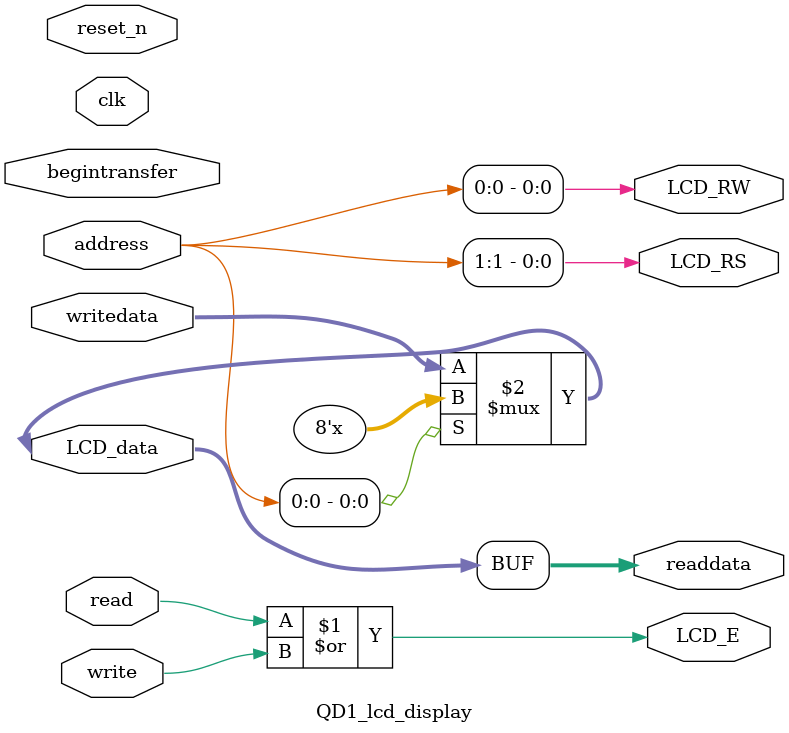
<source format=v>

`timescale 1ns / 1ps
// synthesis translate_on

// turn off superfluous verilog processor warnings 
// altera message_level Level1 
// altera message_off 10034 10035 10036 10037 10230 10240 10030 

module QD1_lcd_display (
                         // inputs:
                          address,
                          begintransfer,
                          clk,
                          read,
                          reset_n,
                          write,
                          writedata,

                         // outputs:
                          LCD_E,
                          LCD_RS,
                          LCD_RW,
                          LCD_data,
                          readdata
                       )
;

  output           LCD_E;
  output           LCD_RS;
  output           LCD_RW;
  inout   [  7: 0] LCD_data;
  output  [  7: 0] readdata;
  input   [  1: 0] address;
  input            begintransfer;
  input            clk;
  input            read;
  input            reset_n;
  input            write;
  input   [  7: 0] writedata;

  wire             LCD_E;
  wire             LCD_RS;
  wire             LCD_RW;
  wire    [  7: 0] LCD_data;
  wire    [  7: 0] readdata;
  assign LCD_RW = address[0];
  assign LCD_RS = address[1];
  assign LCD_E = read | write;
  assign LCD_data = (address[0]) ? {8{1'bz}} : writedata;
  assign readdata = LCD_data;
  //control_slave, which is an e_avalon_slave

endmodule


</source>
